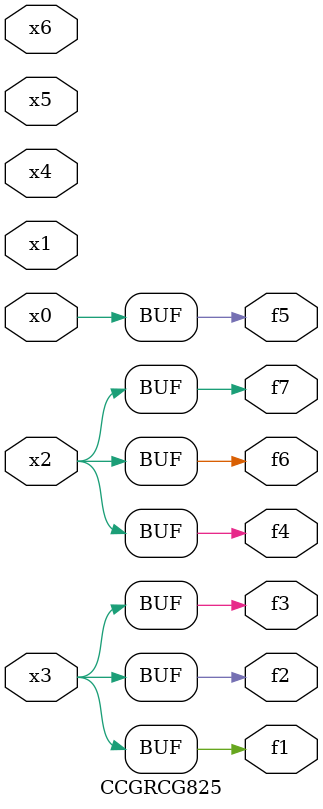
<source format=v>
module CCGRCG825(
	input x0, x1, x2, x3, x4, x5, x6,
	output f1, f2, f3, f4, f5, f6, f7
);
	assign f1 = x3;
	assign f2 = x3;
	assign f3 = x3;
	assign f4 = x2;
	assign f5 = x0;
	assign f6 = x2;
	assign f7 = x2;
endmodule

</source>
